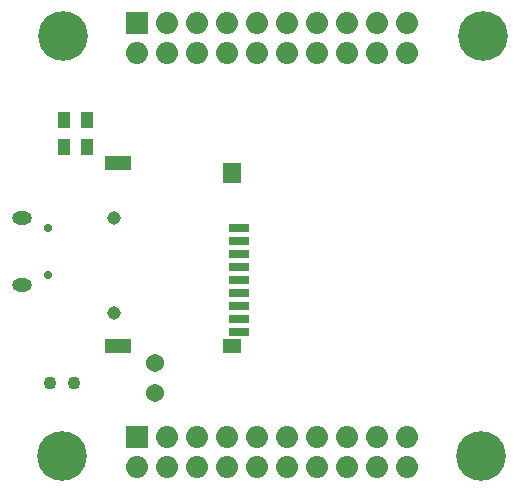
<source format=gbr>
G04 #@! TF.FileFunction,Soldermask,Bot*
%FSLAX46Y46*%
G04 Gerber Fmt 4.6, Leading zero omitted, Abs format (unit mm)*
G04 Created by KiCad (PCBNEW 4.0.0-2.201511301920+6191~38~ubuntu14.04.1-stable) date Sat 16 Jan 2016 08:35:56 PM ICT*
%MOMM*%
G01*
G04 APERTURE LIST*
%ADD10C,0.100000*%
%ADD11R,1.699260X0.800100*%
%ADD12R,1.501140X1.300480*%
%ADD13R,1.501140X1.699260*%
%ADD14R,2.301240X1.300480*%
%ADD15C,1.140000*%
%ADD16O,1.690000X1.140000*%
%ADD17C,0.740000*%
%ADD18R,1.867200X1.867200*%
%ADD19O,1.867200X1.867200*%
%ADD20C,4.204000*%
%ADD21C,1.537000*%
%ADD22R,1.140000X1.390000*%
%ADD23C,1.090000*%
G04 APERTURE END LIST*
D10*
D11*
X144208500Y-100238560D03*
X144208500Y-101338380D03*
X144208500Y-102438200D03*
X144208500Y-103535480D03*
X144208500Y-104635300D03*
X144208500Y-105735120D03*
X144208500Y-106834940D03*
X144208500Y-107934760D03*
X144208500Y-109034580D03*
D12*
X143583660Y-110236000D03*
D13*
X143583660Y-95638620D03*
D14*
X133985000Y-110236000D03*
X133985000Y-94736920D03*
D15*
X133583680Y-99438460D03*
X133583680Y-107439460D03*
D16*
X125862000Y-99437000D03*
X125862000Y-105062000D03*
D17*
X128012000Y-100262000D03*
X128012000Y-104262000D03*
D18*
X135567000Y-117942000D03*
D19*
X135567000Y-120482000D03*
X138107000Y-117942000D03*
X138107000Y-120482000D03*
X140647000Y-117942000D03*
X140647000Y-120482000D03*
X143187000Y-117942000D03*
X143187000Y-120482000D03*
X145727000Y-117942000D03*
X145727000Y-120482000D03*
X148267000Y-117942000D03*
X148267000Y-120482000D03*
X150807000Y-117942000D03*
X150807000Y-120482000D03*
X153347000Y-117942000D03*
X153347000Y-120482000D03*
X155887000Y-117942000D03*
X155887000Y-120482000D03*
X158427000Y-117942000D03*
X158427000Y-120482000D03*
D18*
X135557000Y-82892000D03*
D19*
X135557000Y-85432000D03*
X138097000Y-82892000D03*
X138097000Y-85432000D03*
X140637000Y-82892000D03*
X140637000Y-85432000D03*
X143177000Y-82892000D03*
X143177000Y-85432000D03*
X145717000Y-82892000D03*
X145717000Y-85432000D03*
X148257000Y-82892000D03*
X148257000Y-85432000D03*
X150797000Y-82892000D03*
X150797000Y-85432000D03*
X153337000Y-82892000D03*
X153337000Y-85432000D03*
X155877000Y-82892000D03*
X155877000Y-85432000D03*
X158417000Y-82892000D03*
X158417000Y-85432000D03*
D20*
X164900000Y-84000000D03*
X129300000Y-84000000D03*
X129200000Y-119600000D03*
X164700000Y-119600000D03*
D21*
X137117000Y-111732000D03*
X137117000Y-114272000D03*
D22*
X129347000Y-93442000D03*
X131347000Y-93442000D03*
X129367000Y-91112000D03*
X131367000Y-91112000D03*
D23*
X128227000Y-113372000D03*
X130227000Y-113372000D03*
M02*

</source>
